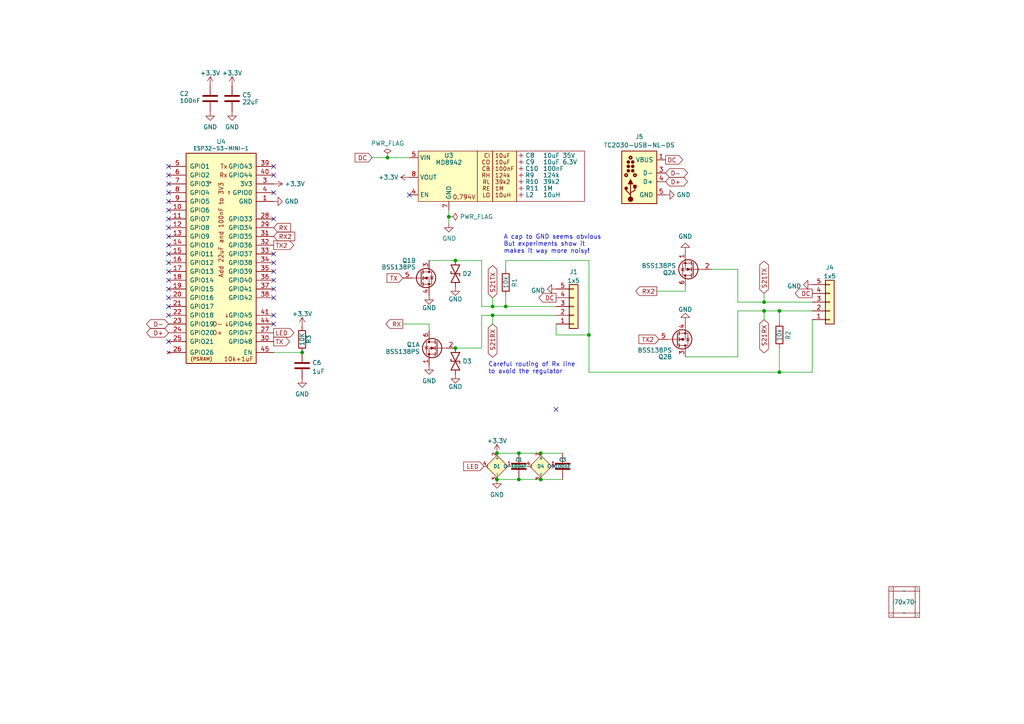
<source format=kicad_sch>
(kicad_sch (version 20231120) (generator "eeschema") (generator_version "8.0")
  (paper "A4")
  (title_block (title "Daikin ESP32-PICO-MINI module") (rev "1") (comment 1 "@TheRealRevK") (comment 2 "www.me.uk"))
  (lib_symbols
    (symbol "Connector_Generic:Conn_01x05" (pin_names (offset 1.016) hide)
      (property "Reference" "J" (at 0 7.62 0))
      (property "Value" "Conn_01x05" (at 0 -7.62 0))
      (symbol "Conn_01x05_1_1"
        (rectangle (start -1.27 -4.953) (end 0 -5.207) (stroke (width 0.1524)))
        (rectangle (start -1.27 -2.413) (end 0 -2.667) (stroke (width 0.1524)))
        (rectangle (start -1.27 0.127) (end 0 -0.127) (stroke (width 0.1524)))
        (rectangle (start -1.27 2.667) (end 0 2.413) (stroke (width 0.1524)))
        (rectangle (start -1.27 5.207) (end 0 4.953) (stroke (width 0.1524)))
        (rectangle (start -1.27 6.35) (end 1.27 -6.35) (stroke (width 0.254)) (fill (type background)))
        (pin passive line (at -5.08 5.08 0) (length 3.81) (name "Pin_1") (number "1"))
        (pin passive line (at -5.08 2.54 0) (length 3.81) (name "Pin_2") (number "2"))
        (pin passive line (at -5.08 0 0) (length 3.81) (name "Pin_3") (number "3"))
        (pin passive line (at -5.08 -2.54 0) (length 3.81) (name "Pin_4") (number "4"))
        (pin passive line (at -5.08 -5.08 0) (length 3.81) (name "Pin_5") (number "5"))
      )
    )
    (symbol "Device:C" (pin_numbers hide) (pin_names (offset 0.254))
      (property "Reference" "C" (at 0.635 2.54 0))
      (property "Value" "C" (at 0.635 -2.54 0))
      (symbol "C_0_1"
        (polyline (pts (xy -2.032 -0.762) (xy 2.032 -0.762)) (stroke (width 0.508)))
        (polyline (pts (xy -2.032 0.762) (xy 2.032 0.762)) (stroke (width 0.508)))
      )
      (symbol "C_1_1"
        (pin passive line (at 0 3.81 270) (length 2.794) (name "~") (number "1"))
        (pin passive line (at 0 -3.81 90) (length 2.794) (name "~") (number "2"))
      )
    )
    (symbol "Device:R" (pin_numbers hide) (pin_names (offset 0))
      (property "Reference" "R" (at 2.032 0 90))
      (property "Value" "R" (at 0 0 90))
      (symbol "R_0_1"
        (rectangle (start -1.016 -2.54) (end 1.016 2.54) (stroke (width 0.254)))
      )
      (symbol "R_1_1"
        (pin passive line (at 0 3.81 270) (length 1.27) (name "~") (number "1"))
        (pin passive line (at 0 -3.81 90) (length 1.27) (name "~") (number "2"))
      )
    )
    (symbol "RevK:BSS138PS" (pin_names hide)
      (property "Reference" "Q" (at 5.08 2.54 0))
      (property "Value" "BSS138PS" (at 5.08 0 0))
      (property "JLCPCB Rotation Offset" "-90" (at 0 0 0))
      (symbol "BSS138PS_1_1"
        (polyline (pts (xy 0.254 -1.905) (xy 0.254 1.905)) (stroke (width 0.254)))
        (polyline (pts (xy 0.254 0) (xy -2.54 0)))
        (polyline (pts (xy 0.762 -2.286) (xy 0.762 -1.27)) (stroke (width 0.254)))
        (polyline (pts (xy 0.762 -0.508) (xy 0.762 0.508)) (stroke (width 0.254)))
        (polyline (pts (xy 0.762 1.27) (xy 0.762 2.286)) (stroke (width 0.254)))
        (polyline (pts (xy 2.54 1.905) (xy 2.54 2.54)))
        (polyline (pts (xy 2.54 -2.54) (xy 2.54 0) (xy 0.762 0)))
        (polyline (pts (xy 0.762 1.778) (xy 3.302 1.778) (xy 3.302 -1.778) (xy 0.762 -1.778)))
        (polyline (pts (xy 1.016 0) (xy 2.032 -0.381) (xy 2.032 0.381) (xy 1.016 0)) (fill (type outline)))
        (polyline (pts (xy 2.794 0.508) (xy 2.921 0.381) (xy 3.683 0.381) (xy 3.81 0.254)))
        (polyline (pts (xy 3.302 0.381) (xy 2.921 -0.254) (xy 3.683 -0.254) (xy 3.302 0.381)))
        (circle (center 1.651 0) (radius 2.794) (stroke (width 0.254)))
        (circle (center 2.54 -1.778) (radius 0.254) (fill (type outline)))
        (circle (center 2.54 1.778) (radius 0.254) (fill (type outline)))
        (pin passive line (at 2.54 -5.08 90) (length 2.54) (name "SN") (number "1"))
        (pin input line (at -5.08 0 0) (length 2.54) (name "GN") (number "2"))
        (pin passive line (at 2.54 5.08 270) (length 2.54) (name "DN") (number "6"))
      )
      (symbol "BSS138PS_2_1"
        (polyline (pts (xy 0.254 -1.905) (xy 0.254 1.905)) (stroke (width 0.254)))
        (polyline (pts (xy 0.254 0) (xy -2.54 0)))
        (polyline (pts (xy 0.762 -2.286) (xy 0.762 -1.27)) (stroke (width 0.254)))
        (polyline (pts (xy 0.762 -0.508) (xy 0.762 0.508)) (stroke (width 0.254)))
        (polyline (pts (xy 0.762 1.27) (xy 0.762 2.286)) (stroke (width 0.254)))
        (polyline (pts (xy 2.54 1.905) (xy 2.54 2.54)))
        (polyline (pts (xy 2.54 -2.54) (xy 2.54 0) (xy 0.762 0)))
        (polyline (pts (xy 0.762 1.778) (xy 3.302 1.778) (xy 3.302 -1.778) (xy 0.762 -1.778)))
        (polyline (pts (xy 1.016 0) (xy 2.032 -0.381) (xy 2.032 0.381) (xy 1.016 0)) (fill (type outline)))
        (polyline (pts (xy 2.794 0.508) (xy 2.921 0.381) (xy 3.683 0.381) (xy 3.81 0.254)))
        (polyline (pts (xy 3.302 0.381) (xy 2.921 -0.254) (xy 3.683 -0.254) (xy 3.302 0.381)))
        (circle (center 1.651 0) (radius 2.794) (stroke (width 0.254)))
        (circle (center 2.54 -1.778) (radius 0.254) (fill (type outline)))
        (circle (center 2.54 1.778) (radius 0.254) (fill (type outline)))
        (pin passive line (at 2.54 5.08 270) (length 2.54) (name "SP") (number "3"))
        (pin passive line (at 2.54 -5.08 90) (length 2.54) (name "DP") (number "4"))
        (pin input line (at -5.08 0 0) (length 2.54) (name "GP") (number "5"))
      )
    )
    (symbol "RevK:ES05D1MC10" (pin_numbers hide)
      (property "Reference" "D" (at 0 2.54 0))
      (symbol "ES05D1MC10_0_1"
        (polyline (pts (xy -2.54 1.27) (xy -2.54 -1.27) (xy 0 0) (xy -2.54 1.27)) (stroke (width 0.254)))
        (polyline (pts (xy 2.54 -1.27) (xy 2.54 1.27) (xy 0 0) (xy 2.54 -1.27)) (stroke (width 0.254)))
      )
      (symbol "ES05D1MC10_1_1"
        (polyline (pts (xy 0.635 1.27) (xy 0 1.27) (xy 0 -1.27) (xy -0.635 -1.27)) (stroke (width 0.254)))
        (pin passive line (at 3.81 0 180) (length 1.27) (name "~") (number "1"))
        (pin passive line (at -3.81 0 0) (length 1.27) (name "~") (number "2"))
      )
    )
    (symbol "RevK:ESP32-S3-MINI-1-N4R2" (pin_names (offset 1.016))
      (property "Reference" "U" (at 0 27.94 0))
      (property "Value" "ESP32-S3-MINI-1-N4R2" (at 0 31.115 0))
      (symbol "ESP32-S3-MINI-1-N4R2_0_0"
        (rectangle (start -10.16 30.48) (end 10.16 -30.48) (stroke (width 0.254)) (fill (type background)))
      )
      (symbol "ESP32-S3-MINI-1-N4R2_1_1"
        (text "(PSRAM)" (at -5.715 -29.21 0) (effects (font (size 1 1))))
        (text "*" (at -3.175 21.59 0) (effects (font (size 1.27 1.27))))
        (text "10k+1uF" (at 5.08 -29.21 0) (effects (font (size 1.27 1.27))))
        (text "Add 22uF and 100nF to 3V3" (at 0 8.255 900) (effects (font (size 1.27 1.27))))
        (text "D+" (at -2.54 -21.59 0) (effects (font (size 1.27 1.27)) (justify left)))
        (text "D-" (at -2.54 -19.05 0) (effects (font (size 1.27 1.27)) (justify left)))
        (text "Rx" (at 1.905 24.13 0) (effects (font (size 1.27 1.27)) (justify right)))
        (text "Tx" (at 1.905 26.67 0) (effects (font (size 1.27 1.27)) (justify right)))
        (text "↑" (at 3.175 19.05 0) (effects (font (size 1.27 1.27)) (justify right)))
        (text "↓" (at 2.54 -19.05 0) (effects (font (size 1.27 1.27)) (justify right)))
        (text "↓" (at 2.54 -16.51 0) (effects (font (size 1.27 1.27)) (justify right)))
        (pin power_in line (at 15.24 16.51 180) (length 5.08) (name "GND") (number "1"))
        (pin passive line (at -15.24 13.97 0) (length 5.08) (name "GPIO6") (number "10"))
        (pin passive line (at -15.24 11.43 0) (length 5.08) (name "GPIO7") (number "11"))
        (pin passive line (at -15.24 8.89 0) (length 5.08) (name "GPIO8") (number "12"))
        (pin passive line (at -15.24 6.35 0) (length 5.08) (name "GPIO9") (number "13"))
        (pin passive line (at -15.24 3.81 0) (length 5.08) (name "GPIO10") (number "14"))
        (pin passive line (at -15.24 1.27 0) (length 5.08) (name "GPIO11") (number "15"))
        (pin passive line (at -15.24 -1.27 0) (length 5.08) (name "GPIO12") (number "16"))
        (pin passive line (at -15.24 -3.81 0) (length 5.08) (name "GPIO13") (number "17"))
        (pin passive line (at -15.24 -6.35 0) (length 5.08) (name "GPIO14") (number "18"))
        (pin passive line (at -15.24 -8.89 0) (length 5.08) (name "GPIO15") (number "19"))
        (pin power_in line (at 15.24 16.51 180) (length 5.08) hide (name "GND") (number "2"))
        (pin passive line (at -15.24 -11.43 0) (length 5.08) (name "GPIO16") (number "20"))
        (pin passive line (at -15.24 -13.97 0) (length 5.08) (name "GPIO17") (number "21"))
        (pin passive line (at -15.24 -16.51 0) (length 5.08) (name "GPIO18") (number "22"))
        (pin passive line (at -15.24 -19.05 0) (length 5.08) (name "GPIO19") (number "23"))
        (pin passive line (at -15.24 -21.59 0) (length 5.08) (name "GPIO20") (number "24"))
        (pin passive line (at -15.24 -24.13 0) (length 5.08) (name "GPIO21") (number "25"))
        (pin no_connect line (at -15.24 -27.305 0) (length 5.08) (name "GPIO26") (number "26"))
        (pin passive line (at 15.24 -21.59 180) (length 5.08) (name "GPIO47") (number "27"))
        (pin passive line (at 15.24 11.43 180) (length 5.08) (name "GPIO33") (number "28"))
        (pin passive line (at 15.24 8.89 180) (length 5.08) (name "GPIO34") (number "29"))
        (pin power_in line (at 15.24 21.59 180) (length 5.08) (name "3V3") (number "3"))
        (pin passive line (at 15.24 -24.13 180) (length 5.08) (name "GPIO48") (number "30"))
        (pin passive line (at 15.24 6.35 180) (length 5.08) (name "GPIO35") (number "31"))
        (pin passive line (at 15.24 3.81 180) (length 5.08) (name "GPIO36") (number "32"))
        (pin passive line (at 15.24 1.27 180) (length 5.08) (name "GPIO37") (number "33"))
        (pin passive line (at 15.24 -1.27 180) (length 5.08) (name "GPIO38") (number "34"))
        (pin passive line (at 15.24 -3.81 180) (length 5.08) (name "GPIO39") (number "35"))
        (pin passive line (at 15.24 -6.35 180) (length 5.08) (name "GPIO40") (number "36"))
        (pin passive line (at 15.24 -8.89 180) (length 5.08) (name "GPIO41") (number "37"))
        (pin passive line (at 15.24 -11.43 180) (length 5.08) (name "GPIO42") (number "38"))
        (pin passive line (at 15.24 26.67 180) (length 5.08) (name "GPIO43") (number "39"))
        (pin passive line (at 15.24 19.05 180) (length 5.08) (name "GPIO0") (number "4"))
        (pin passive line (at 15.24 24.13 180) (length 5.08) (name "GPIO44") (number "40"))
        (pin passive line (at 15.24 -16.51 180) (length 5.08) (name "GPIO45") (number "41"))
        (pin power_in line (at 15.24 16.51 180) (length 5.08) hide (name "GND") (number "42"))
        (pin power_in line (at 15.24 16.51 180) (length 5.08) hide (name "GND") (number "43"))
        (pin passive line (at 15.24 -19.05 180) (length 5.08) (name "GPIO46") (number "44"))
        (pin input line (at 15.24 -27.305 180) (length 5.08) (name "EN") (number "45"))
        (pin power_in line (at 15.24 16.51 180) (length 5.08) hide (name "GND") (number "46"))
        (pin power_in line (at 15.24 16.51 180) (length 5.08) hide (name "GND") (number "47"))
        (pin power_in line (at 15.24 16.51 180) (length 5.08) hide (name "GND") (number "48"))
        (pin power_in line (at 15.24 16.51 180) (length 5.08) hide (name "GND") (number "49"))
        (pin passive line (at -15.24 26.67 0) (length 5.08) (name "GPIO1") (number "5"))
        (pin power_in line (at 15.24 16.51 180) (length 5.08) hide (name "GND") (number "50"))
        (pin power_in line (at 15.24 16.51 180) (length 5.08) hide (name "GND") (number "51"))
        (pin power_in line (at 15.24 16.51 180) (length 5.08) hide (name "GND") (number "52"))
        (pin power_in line (at 15.24 16.51 180) (length 5.08) hide (name "GND") (number "53"))
        (pin power_in line (at 15.24 16.51 180) (length 5.08) hide (name "GND") (number "54"))
        (pin power_in line (at 15.24 16.51 180) (length 5.08) hide (name "GND") (number "55"))
        (pin power_in line (at 15.24 16.51 180) (length 5.08) hide (name "GND") (number "56"))
        (pin power_in line (at 15.24 16.51 180) (length 5.08) hide (name "GND") (number "57"))
        (pin power_in line (at 15.24 16.51 180) (length 5.08) hide (name "GND") (number "58"))
        (pin power_in line (at 15.24 16.51 180) (length 5.08) hide (name "GND") (number "59"))
        (pin passive line (at -15.24 24.13 0) (length 5.08) (name "GPIO2") (number "6"))
        (pin power_in line (at 15.24 16.51 180) (length 5.08) hide (name "GND") (number "60"))
        (pin power_in line (at 15.24 16.51 180) (length 5.08) hide (name "GND") (number "61"))
        (pin power_in line (at 15.24 16.51 180) (length 5.08) hide (name "GND") (number "62"))
        (pin power_in line (at 15.24 16.51 180) (length 5.08) hide (name "GND") (number "63"))
        (pin power_in line (at 15.24 16.51 180) (length 5.08) hide (name "GND") (number "64"))
        (pin power_in line (at 15.24 16.51 180) (length 5.08) hide (name "GND") (number "65"))
        (pin passive line (at -15.24 21.59 0) (length 5.08) (name "GPIO3") (number "7"))
        (pin passive line (at -15.24 19.05 0) (length 5.08) (name "GPIO4") (number "8"))
        (pin passive line (at -15.24 16.51 0) (length 5.08) (name "GPIO5") (number "9"))
      )
    )
    (symbol "RevK:Hidden" (pin_names (offset 1.016)) (in_bom no)
      (property "Reference" "Z" (at 0.635 0 0))
      (property "Value" "Hidden" (at 4.445 0 0))
      (symbol "Hidden_0_1"
        (polyline (pts (xy -0.635 0) (xy 0.635 0)) (stroke (width 0.1524)))
        (polyline (pts (xy 0 0.635) (xy 0 -0.635)) (stroke (width 0.1524)))
      )
    )
    (symbol "RevK:MD89420-RegBlock"
      (property "Reference" "U" (at -0.635 4.445 0))
      (property "Value" "MD8942" (at 0 6.35 0))
      (symbol "MD89420-RegBlock_1_1"
        (rectangle (start -8.89 7.62) (end 8.255 -6.985) (fill (type background)))
        (rectangle (start 8.255 7.62) (end 12.7 -6.985) (fill (type background)))
        (rectangle (start 12.7 7.62) (end 19.685 -6.985) (fill (type background)))
        (rectangle (start 19.685 7.62) (end 39.37 -6.985))
        (text "0.794V" (at 4.445 -5.715 0) (effects (font (size 1.27 1.27))))
        (text "10uF\n10uF\n100nF\n124k\n39k2\n1M\n10uH" (at 13.335 6.985 0) (effects (font (size 1.185 1.185)) (justify left top)))
        (text "CI\nCO\nCB\nRH\nRL\nRE\nLO" (at 12.065 6.985 0) (effects (font (size 1.185 1.185)) (justify right top)))
        (pin no_connect line (at 5.715 0 0) (length 2.54) hide (name "") (number "1"))
        (pin power_in line (at 0 -9.525 90) (length 2.54) hide (name "GND") (number "2"))
        (pin no_connect line (at 5.715 1.905 0) (length 2.54) hide (name "") (number "3"))
        (pin input line (at -11.43 -5.08 0) (length 2.54) (name "EN") (number "4"))
        (pin power_in line (at -11.43 5.715 0) (length 2.54) (name "VIN") (number "5"))
        (pin no_connect line (at 5.715 -1.905 0) (length 2.54) hide (name "") (number "6"))
        (pin power_in line (at 0 -9.525 90) (length 2.54) (name "GND") (number "7"))
        (pin power_out line (at -11.43 0 0) (length 2.54) (name "VOUT") (number "8"))
      )
    )
    (symbol "RevK:PCB" (in_bom no)
      (property "Value" "XxY" (at 0 0 0))
      (symbol "PCB_0_1"
        (rectangle (start -4.445 4.445) (end 4.445 -4.445))
        (circle (center -3.81 -3.81) (radius 0.0001))
        (circle (center -3.81 3.81) (radius 0.0001))
        (circle (center 3.81 -3.81) (radius 0.0001))
        (circle (center 3.81 3.81) (radius 0.0001))
      )
    )
    (symbol "RevK:TC2030-USB-NL" (pin_names (offset 1.016)) (in_bom no)
      (property "Reference" "J" (at 0 10.922 0))
      (property "Value" "TC2030-USB-NL" (at 0 8.89 0))
      (symbol "TC2030-USB-NL_0_1"
        (rectangle (start -5.08 7.62) (end 5.08 -7.62) (stroke (width 0.254)) (fill (type background)))
        (circle (center -3.81 -3.175) (radius 0.381) (stroke (width 0.254)) (fill (type outline)))
        (circle (center -3.175 1.905) (radius 0.381) (stroke (width 0.254)) (fill (type outline)))
        (circle (center -3.175 3.175) (radius 0.381) (stroke (width 0.254)) (fill (type outline)))
        (circle (center -3.175 4.445) (radius 0.381) (stroke (width 0.254)) (fill (type outline)))
        (circle (center -2.54 -6.35) (radius 0.635) (stroke (width 0.254)) (fill (type outline)))
        (circle (center -1.905 1.905) (radius 0.381) (stroke (width 0.254)) (fill (type outline)))
        (circle (center -1.905 3.175) (radius 0.381) (stroke (width 0.254)) (fill (type outline)))
        (circle (center -1.905 4.445) (radius 0.381) (stroke (width 0.254)) (fill (type outline)))
        (rectangle (start -1.651 -2.286) (end -0.889 -3.048) (stroke (width 0.254)) (fill (type outline)))
        (polyline (pts (xy -3.175 -1.905) (xy -1.905 -1.905) (xy -2.54 -0.635) (xy -3.175 -1.905)) (stroke (width 0.254)) (fill (type outline)))
        (polyline (pts (xy -2.54 -5.715) (xy -2.54 -5.08) (xy -3.81 -3.81) (xy -3.81 -3.175)) (stroke (width 0.254)))
        (polyline (pts (xy -2.54 -5.08) (xy -2.54 -4.445) (xy -1.27 -3.81) (xy -1.27 -2.54)) (stroke (width 0.254)))
      )
      (symbol "TC2030-USB-NL_1_1"
        (circle (center -3.81 0.635) (radius 0.381) (stroke (width 0.4)))
        (circle (center -2.54 5.715) (radius 0.381) (stroke (width 0.4)))
        (circle (center -1.27 0.635) (radius 0.381) (stroke (width 0.4)))
        (polyline (pts (xy -2.54 -4.445) (xy -2.54 -1.905)) (stroke (width 0.254)))
        (pin passive line (at 7.62 5.08 180) (length 2.54) (name "VBUS") (number "1"))
        (pin passive line (at 7.62 5.08 180) (length 2.54) hide (name "VBUS") (number "2"))
        (pin bidirectional line (at 7.62 1.27 180) (length 2.54) (name "D-") (number "3"))
        (pin bidirectional line (at 7.62 -1.27 180) (length 2.54) (name "D+") (number "4"))
        (pin passive line (at 7.62 -5.08 180) (length 2.54) (name "GND") (number "5"))
        (pin passive line (at 7.62 -5.08 180) (length 2.54) hide (name "GND") (number "6"))
      )
    )
    (symbol "RevK:VCUT" (in_bom no)
      (symbol "VCUT_0_1"
        (polyline (pts (xy -4.445 0) (xy 4.445 0)))
      )
    )
    (symbol "RevK:WS2812B-1mm" (pin_names (offset 0.254))
      (property "Reference" "D" (at 0 0 0))
      (symbol "WS2812B-1mm_1_1"
        (polyline (pts (xy 0 3.175) (xy 3.175 0) (xy 0 -3.175) (xy -3.175 0) (xy 0 3.175)) (fill (type background)))
        (pin output line (at 3.81 0 180) (length 0.5) (name "O") (number "1"))
        (pin power_in line (at 0 -3.81 90) (length 0.5) (name "+") (number "2"))
        (pin power_in line (at 0 3.81 270) (length 0.5) (name "-") (number "3"))
        (pin input line (at -3.81 0 0) (length 0.5) (name "I") (number "4"))
      )
    )
    (symbol "power:+3.3V" (power) (pin_names (offset 0))
      (property "Value" "+3.3V" (at 0 3.556 0))
      (symbol "+3.3V_0_1"
        (polyline (pts (xy -0.762 1.27) (xy 0 2.54)))
        (polyline (pts (xy 0 0) (xy 0 2.54)))
        (polyline (pts (xy 0 2.54) (xy 0.762 1.27)))
      )
      (symbol "+3.3V_1_1"
        (pin power_in line (at 0 0 90) (length 0) hide (name "+3.3V") (number "1"))
      )
    )
    (symbol "power:GND" (power) (pin_names (offset 0))
      (property "Value" "GND" (at 0 -3.81 0))
      (symbol "GND_0_1"
        (polyline (pts (xy 0 0) (xy 0 -1.27) (xy 1.27 -1.27) (xy 0 -2.54) (xy -1.27 -1.27) (xy 0 -1.27)))
      )
      (symbol "GND_1_1"
        (pin power_in line (at 0 0 270) (length 0) hide (name "GND") (number "1"))
      )
    )
    (symbol "power:PWR_FLAG" (power) (pin_numbers hide) (pin_names (offset 0) hide)
      (property "Value" "PWR_FLAG" (at 0 3.81 0))
      (symbol "PWR_FLAG_0_0"
        (pin power_out line (at 0 0 90) (length 0) (name "pwr") (number "1"))
      )
      (symbol "PWR_FLAG_0_1"
        (polyline (pts (xy 0 0) (xy 0 1.27) (xy -1.016 1.905) (xy 0 2.54) (xy 1.016 1.905) (xy 0 1.27)))
      )
    )
  )
  (junction (at 150.495 139.065))
  (junction (at 87.63 102.235))
  (junction (at 226.06 90.17))
  (junction (at 221.615 90.17))
  (junction (at 112.395 45.72))
  (junction (at 170.815 97.155))
  (junction (at 132.08 75.565))
  (junction (at 146.685 88.9))
  (junction (at 150.495 131.445))
  (junction (at 226.06 107.95))
  (junction (at 130.175 62.865))
  (junction (at 132.08 100.965))
  (junction (at 221.615 87.63))
  (junction (at 142.875 88.9))
  (junction (at 156.845 139.065))
  (junction (at 144.145 139.065))
  (junction (at 144.145 131.445))
  (junction (at 156.845 131.445))
  (junction (at 142.875 91.44))
  (no_connect (at 48.895 81.28))
  (no_connect (at 79.375 78.74))
  (no_connect (at 79.375 55.88))
  (no_connect (at 48.895 55.88))
  (no_connect (at 160.655 135.255))
  (no_connect (at 48.895 63.5))
  (no_connect (at 48.895 60.96))
  (no_connect (at 79.375 91.44))
  (no_connect (at 48.895 91.44))
  (no_connect (at 48.895 83.82))
  (no_connect (at 48.895 58.42))
  (no_connect (at 118.745 56.515))
  (no_connect (at 48.895 50.8))
  (no_connect (at 48.895 53.34))
  (no_connect (at 48.895 88.9))
  (no_connect (at 48.895 71.12))
  (no_connect (at 48.895 48.26))
  (no_connect (at 48.895 66.04))
  (no_connect (at 79.375 86.36))
  (no_connect (at 79.375 50.8))
  (no_connect (at 79.375 76.2))
  (no_connect (at 48.895 68.58))
  (no_connect (at 161.29 118.745))
  (no_connect (at 48.895 76.2))
  (no_connect (at 79.375 83.82))
  (no_connect (at 79.375 48.26))
  (no_connect (at 48.895 99.06))
  (no_connect (at 48.895 78.74))
  (no_connect (at 79.375 93.98))
  (no_connect (at 79.375 81.28))
  (no_connect (at 79.375 73.66))
  (no_connect (at 79.375 63.5))
  (no_connect (at 48.895 86.36))
  (no_connect (at 48.895 73.66))
  (wire (pts (xy 190.5 84.455) (xy 198.755 84.455)))
  (wire (pts (xy 221.615 85.09) (xy 221.615 87.63)))
  (wire (pts (xy 161.29 93.98) (xy 161.29 97.155)))
  (wire (pts (xy 150.495 131.445) (xy 156.845 131.445)))
  (wire (pts (xy 235.585 107.95) (xy 235.585 92.71)))
  (wire (pts (xy 213.995 90.17) (xy 221.615 90.17)))
  (wire (pts (xy 226.06 100.965) (xy 226.06 107.95)))
  (wire (pts (xy 124.46 93.98) (xy 124.46 95.885)))
  (wire (pts (xy 107.95 45.72) (xy 112.395 45.72)))
  (wire (pts (xy 116.84 93.98) (xy 124.46 93.98)))
  (wire (pts (xy 146.685 88.9) (xy 161.29 88.9)))
  (wire (pts (xy 130.175 64.77) (xy 130.175 62.865)))
  (wire (pts (xy 130.175 62.865) (xy 130.175 60.96)))
  (wire (pts (xy 206.375 78.105) (xy 213.995 78.105)))
  (wire (pts (xy 142.875 93.98) (xy 142.875 91.44)))
  (wire (pts (xy 156.845 139.065) (xy 163.195 139.065)))
  (wire (pts (xy 146.685 75.565) (xy 170.815 75.565)))
  (wire (pts (xy 142.875 88.9) (xy 146.685 88.9)))
  (wire (pts (xy 139.7 88.9) (xy 142.875 88.9)))
  (wire (pts (xy 170.815 107.95) (xy 226.06 107.95)))
  (wire (pts (xy 226.06 90.17) (xy 226.06 93.345)))
  (wire (pts (xy 170.815 75.565) (xy 170.815 97.155)))
  (wire (pts (xy 132.08 100.965) (xy 139.7 100.965)))
  (wire (pts (xy 146.685 85.725) (xy 146.685 88.9)))
  (wire (pts (xy 142.875 86.36) (xy 142.875 88.9)))
  (wire (pts (xy 226.06 107.95) (xy 235.585 107.95)))
  (wire (pts (xy 153.035 135.255) (xy 147.955 135.255)))
  (wire (pts (xy 79.375 102.235) (xy 87.63 102.235)))
  (wire (pts (xy 221.615 92.71) (xy 221.615 90.17)))
  (wire (pts (xy 139.7 91.44) (xy 142.875 91.44)))
  (wire (pts (xy 213.995 78.105) (xy 213.995 87.63)))
  (wire (pts (xy 161.29 97.155) (xy 170.815 97.155)))
  (wire (pts (xy 198.755 103.505) (xy 213.995 103.505)))
  (wire (pts (xy 132.08 75.565) (xy 139.7 75.565)))
  (wire (pts (xy 150.495 139.065) (xy 156.845 139.065)))
  (wire (pts (xy 221.615 87.63) (xy 235.585 87.63)))
  (wire (pts (xy 221.615 90.17) (xy 226.06 90.17)))
  (wire (pts (xy 142.875 91.44) (xy 161.29 91.44)))
  (wire (pts (xy 213.995 87.63) (xy 221.615 87.63)))
  (wire (pts (xy 213.995 90.17) (xy 213.995 103.505)))
  (wire (pts (xy 226.06 90.17) (xy 235.585 90.17)))
  (wire (pts (xy 124.46 75.565) (xy 132.08 75.565)))
  (wire (pts (xy 139.7 91.44) (xy 139.7 100.965)))
  (wire (pts (xy 139.7 75.565) (xy 139.7 88.9)))
  (wire (pts (xy 170.815 97.155) (xy 170.815 107.95)))
  (wire (pts (xy 144.145 139.065) (xy 150.495 139.065)))
  (wire (pts (xy 112.395 45.72) (xy 118.745 45.72)))
  (wire (pts (xy 198.755 84.455) (xy 198.755 83.185)))
  (wire (pts (xy 146.685 78.105) (xy 146.685 75.565)))
  (wire (pts (xy 144.145 131.445) (xy 150.495 131.445)))
  (wire (pts (xy 156.845 131.445) (xy 163.195 131.445)))
  (text "Careful routing of Rx line\nto avoid the regulator" (at 141.605 108.585 0) (effects (font (size 1.27 1.27)) (justify left bottom)))
  (text "A cap to GND seems obvious\nBut experiments show it\nmakes it way more noisy!" (at 146.05 73.66 0) (effects (font (size 1.27 1.27)) (justify left bottom)))
  (global_label "TX2" (shape output) (at 79.375 71.12 0) (property "Intersheetrefs" "${INTERSHEET_REFS}" (effects (hide yes))))
  (global_label "S21TX" (shape bidirectional) (at 142.875 86.36 90) (property "Intersheetrefs" "${INTERSHEET_REFS}" (effects (hide yes))))
  (global_label "D-" (shape bidirectional) (at 48.895 93.98 180) (property "Intersheetrefs" "${INTERSHEET_REFS}" (effects (hide yes))))
  (global_label "LED" (shape input) (at 140.335 135.255 180) (property "Intersheetrefs" "${INTERSHEET_REFS}" (effects (hide yes))))
  (global_label "D-" (shape bidirectional) (at 193.04 50.165 0) (property "Intersheetrefs" "${INTERSHEET_REFS}" (effects (hide yes))))
  (global_label "S21TX" (shape bidirectional) (at 221.615 85.09 90) (property "Intersheetrefs" "${INTERSHEET_REFS}" (effects (hide yes))))
  (global_label "D+" (shape bidirectional) (at 193.04 52.705 0) (property "Intersheetrefs" "${INTERSHEET_REFS}" (effects (hide yes))))
  (global_label "DC" (shape input) (at 107.95 45.72 180) (property "Intersheetrefs" "${INTERSHEET_REFS}" (effects (hide yes))))
  (global_label "D+" (shape bidirectional) (at 48.895 96.52 180) (property "Intersheetrefs" "${INTERSHEET_REFS}" (effects (hide yes))))
  (global_label "RX2" (shape input) (at 79.375 68.58 0) (property "Intersheetrefs" "${INTERSHEET_REFS}" (effects (hide yes))))
  (global_label "DC" (shape output) (at 193.04 46.355 0) (property "Intersheetrefs" "${INTERSHEET_REFS}" (effects (hide yes))))
  (global_label "S21RX" (shape bidirectional) (at 221.615 92.71 270) (property "Intersheetrefs" "${INTERSHEET_REFS}" (effects (hide yes))))
  (global_label "TX" (shape input) (at 116.84 80.645 180) (property "Intersheetrefs" "${INTERSHEET_REFS}" (effects (hide yes))))
  (global_label "TX" (shape output) (at 79.375 99.06 0) (property "Intersheetrefs" "${INTERSHEET_REFS}" (effects (hide yes))))
  (global_label "DC" (shape output) (at 235.585 85.09 180) (property "Intersheetrefs" "${INTERSHEET_REFS}" (effects (hide yes))))
  (global_label "TX2" (shape input) (at 191.135 98.425 180) (property "Intersheetrefs" "${INTERSHEET_REFS}" (effects (hide yes))))
  (global_label "DC" (shape output) (at 161.29 86.36 180) (property "Intersheetrefs" "${INTERSHEET_REFS}" (effects (hide yes))))
  (global_label "RX" (shape input) (at 79.375 66.04 0) (property "Intersheetrefs" "${INTERSHEET_REFS}" (effects (hide yes))))
  (global_label "S21RX" (shape bidirectional) (at 142.875 93.98 270) (property "Intersheetrefs" "${INTERSHEET_REFS}" (effects (hide yes))))
  (global_label "RX" (shape output) (at 116.84 93.98 180) (property "Intersheetrefs" "${INTERSHEET_REFS}" (effects (hide yes))))
  (global_label "RX2" (shape output) (at 190.5 84.455 180) (property "Intersheetrefs" "${INTERSHEET_REFS}" (effects (hide yes))))
  (global_label "LED" (shape output) (at 79.375 96.52 0) (property "Intersheetrefs" "${INTERSHEET_REFS}" (effects (hide yes))))
  (symbol (lib_id "RevK:Hidden") (at 151.13 48.895 90) (unit 1)
    (property "Reference" "C10" (at 156.21 48.895 90) (effects (justify left)))
    (property "Value" "100nF" (at 157.48 48.895 90) (effects (justify right)))
    (property "Footprint" "RevK:C_0603_" (effects (hide yes)))
  )
  (symbol (lib_id "power:+3.3V") (at 87.63 94.615 0) (unit 1)
    (property "Reference" "#PWR014" (effects (hide yes)))
    (property "Value" "+3.3V" (at 87.63 91.0392 0))
  )
  (symbol (lib_id "RevK:ES05D1MC10") (at 132.08 104.775 270) (unit 1)
    (property "Reference" "D3" (at 134.112 104.775 90) (effects (justify left)))
    (property "Value" "~" (at 132.08 104.775 0))
    (property "Footprint" "RevK:DFN1006-2L" (effects (hide yes)))
    (property "LCSC Part #" "C5137770" (effects (hide yes)))
  )
  (symbol (lib_id "power:GND") (at 235.585 82.55 270) (unit 1)
    (property "Reference" "#PWR029" (effects (hide yes)))
    (property "Value" "GND" (at 232.4101 82.9838 90) (effects (justify right)))
  )
  (symbol (lib_id "power:GND") (at 144.145 139.065 0) (unit 1)
    (property "Reference" "#PWR023" (effects (hide yes)))
    (property "Value" "GND" (at 144.145 143.5084 0))
  )
  (symbol (lib_id "power:GND") (at 198.755 73.025 0) (mirror x) (unit 1)
    (property "Reference" "#PWR026" (effects (hide yes)))
    (property "Value" "GND" (at 198.755 68.5816 0))
  )
  (symbol (lib_id "power:GND") (at 161.29 83.82 270) (unit 1)
    (property "Reference" "#PWR09" (effects (hide yes)))
    (property "Value" "GND" (at 158.1151 84.2538 90) (effects (justify right)))
  )
  (symbol (lib_id "RevK:BSS138PS") (at 121.92 80.645 0) (unit 2)
    (property "Reference" "Q1" (at 120.65 75.565 0) (effects (justify right)))
    (property "Value" "BSS138PS" (at 120.65 77.47 0) (effects (justify right)))
    (property "Footprint" "RevK:SOT-363_SC-70-6" (effects (hide yes)))
    (property "Datasheet" "https://datasheet.lcsc.com/lcsc/1810011113_Nexperia-BSS138PS-115_C193381.pdf" (effects (hide yes)))
    (property "LCSC Part #" "C193381" (effects (hide yes)))
    (property "JLCPCB Rotation Offset" "180" (effects (hide yes)))
  )
  (symbol (lib_id "RevK:BSS138PS") (at 196.215 98.425 0) (mirror x) (unit 2)
    (property "Reference" "Q2" (at 194.945 103.505 0) (effects (justify right)))
    (property "Value" "BSS138PS" (at 194.945 101.6 0) (effects (justify right)))
    (property "Footprint" "RevK:SOT-363_SC-70-6" (effects (hide yes)))
    (property "Datasheet" "https://datasheet.lcsc.com/lcsc/1810011113_Nexperia-BSS138PS-115_C193381.pdf" (effects (hide yes)))
    (property "LCSC Part #" "C193381" (effects (hide yes)))
    (property "JLCPCB Rotation Offset" "180" (effects (hide yes)))
  )
  (symbol (lib_id "power:GND") (at 67.31 32.385 0) (unit 1)
    (property "Reference" "#PWR011" (effects (hide yes)))
    (property "Value" "GND" (at 67.31 36.8284 0))
  )
  (symbol (lib_id "power:GND") (at 87.63 109.855 0) (unit 1)
    (property "Reference" "#PWR015" (effects (hide yes)))
    (property "Value" "GND" (at 87.63 114.2984 0))
  )
  (symbol (lib_id "Device:R") (at 226.06 97.155 0) (unit 1)
    (property "Reference" "R2" (at 228.6 95.885 90) (effects (justify right)))
    (property "Value" "10k" (at 226.06 97.155 90))
    (property "Footprint" "RevK:R_0402" (effects (hide yes)))
  )
  (symbol (lib_id "power:+3.3V") (at 79.375 53.34 270) (unit 1)
    (property "Reference" "#PWR012" (effects (hide yes)))
    (property "Value" "+3.3V" (at 82.55 53.34 90) (effects (justify left)))
  )
  (symbol (lib_id "RevK:BSS138PS") (at 201.295 78.105 180) (unit 1)
    (property "Reference" "Q2" (at 196.088 79.129 0) (effects (justify left)))
    (property "Value" "BSS138PS" (at 196.088 77.081 0) (effects (justify left)))
    (property "Footprint" "RevK:SOT-363_SC-70-6" (effects (hide yes)))
    (property "Datasheet" "https://datasheet.lcsc.com/lcsc/1810011113_Nexperia-BSS138PS-115_C193381.pdf" (effects (hide yes)))
    (property "LCSC Part #" "C193381" (effects (hide yes)))
    (property "JLCPCB Rotation Offset" "180" (effects (hide yes)))
  )
  (symbol (lib_id "RevK:Hidden") (at 151.13 50.8 0) (unit 1)
    (property "Reference" "R9" (at 153.67 50.8 0))
    (property "Value" "124k" (at 157.48 50.8 0) (effects (justify left)))
    (property "Footprint" "RevK:R_0402_" (effects (hide yes)))
    (property "LCSC Part #" "C138062" (effects (hide yes)))
  )
  (symbol (lib_id "power:GND") (at 198.755 93.345 0) (mirror x) (unit 1)
    (property "Reference" "#PWR025" (effects (hide yes)))
    (property "Value" "GND" (at 198.755 89.7692 0))
  )
  (symbol (lib_id "RevK:VCUT") (at 259.08 174.625 90) (unit 1) (exclude_from_sim yes) (in_bom no)
    (property "Reference" "V5" (effects (hide yes)))
    (property "Value" "~" (at 259.08 174.625 0))
    (property "Footprint" "RevK:VCUT70N" (effects (hide yes)))
  )
  (symbol (lib_id "power:PWR_FLAG") (at 130.175 62.865 270) (unit 1)
    (property "Reference" "#FLG02" (effects (hide yes)))
    (property "Value" "PWR_FLAG" (at 133.35 62.865 90) (effects (justify left)))
  )
  (symbol (lib_id "power:GND") (at 79.375 58.42 90) (unit 1)
    (property "Reference" "#PWR013" (effects (hide yes)))
    (property "Value" "GND" (at 82.55 58.42 90) (effects (justify right)))
  )
  (symbol (lib_id "power:GND") (at 193.04 56.515 90) (unit 1)
    (property "Reference" "#PWR07" (effects (hide yes)))
    (property "Value" "GND" (at 196.215 56.515 90) (effects (justify right)))
    (property "Description" "Power symbol creates a global label with name \"GND\" , ground" (effects (hide yes)))
  )
  (symbol (lib_id "Connector_Generic:Conn_01x05") (at 240.665 87.63 0) (mirror x) (unit 1)
    (property "Reference" "J4" (at 240.665 77.5802 0))
    (property "Value" "1x5" (at 240.665 80.1171 0))
    (property "Footprint" "RevK:JST_EH_S5B-EH_1x05_P2.50mm_Horizontal" (effects (hide yes)))
    (property "LCSC Part #" "C265103" (effects (hide yes)))
    (property "JLCPCB Position Offset" "5,0" (effects (hide yes)))
  )
  (symbol (lib_id "Device:C") (at 67.31 28.575 0) (unit 1)
    (property "Reference" "C5" (at 70.231 27.551 0) (effects (justify left)))
    (property "Value" "22uF" (at 70.231 29.599 0) (effects (justify left)))
    (property "Footprint" "RevK:C_0603" (effects (hide yes)))
  )
  (symbol (lib_id "RevK:PCB") (at 262.255 174.625 0) (unit 1) (in_bom no)
    (property "Reference" "PCB1" (effects (hide yes)))
    (property "Value" "70x70" (at 262.255 174.625 0))
    (property "Footprint" "RevK:PCB7070" (effects (hide yes)))
  )
  (symbol (lib_id "RevK:VCUT") (at 262.255 177.8 0) (unit 1) (exclude_from_sim yes) (in_bom no)
    (property "Reference" "V2" (effects (hide yes)))
    (property "Value" "~" (at 262.255 177.8 0))
    (property "Footprint" "RevK:VCUT70N" (effects (hide yes)))
  )
  (symbol (lib_id "RevK:ES05D1MC10") (at 132.08 79.375 270) (unit 1)
    (property "Reference" "D2" (at 134.112 79.375 90) (effects (justify left)))
    (property "Value" "~" (at 132.08 79.375 0))
    (property "Footprint" "RevK:DFN1006-2L" (effects (hide yes)))
    (property "LCSC Part #" "C5137770" (effects (hide yes)))
  )
  (symbol (lib_id "RevK:MD89420-RegBlock") (at 130.175 51.435 0) (unit 1)
    (property "Reference" "U3" (at 130.175 45.085 0))
    (property "Value" "MD8942" (at 130.175 47.133 0))
    (property "Footprint" "RevK:SOT-23-6-MD8942" (effects (hide yes)))
    (property "Datasheet" "https://datasheet.lcsc.com/lcsc/2101111937_Shanghai-Mingda-Microelectronics-MD8942_C2684786.pdf" (effects (hide yes)))
    (property "LCSC Part #" "C2684786" (effects (hide yes)))
  )
  (symbol (lib_id "RevK:BSS138PS") (at 127 100.965 0) (mirror y) (unit 1)
    (property "Reference" "Q1" (at 121.793 99.941 0) (effects (justify left)))
    (property "Value" "BSS138PS" (at 121.793 101.989 0) (effects (justify left)))
    (property "Footprint" "RevK:SOT-363_SC-70-6" (effects (hide yes)))
    (property "Datasheet" "https://datasheet.lcsc.com/lcsc/1810011113_Nexperia-BSS138PS-115_C193381.pdf" (effects (hide yes)))
    (property "LCSC Part #" "C193381" (effects (hide yes)))
    (property "JLCPCB Rotation Offset" "180" (effects (hide yes)))
  )
  (symbol (lib_id "RevK:Hidden") (at 151.13 52.705 270) (unit 1)
    (property "Reference" "R10" (at 154.305 52.705 90))
    (property "Value" "39k2" (at 157.48 52.705 90) (effects (justify left)))
    (property "Footprint" "RevK:R_0402_" (effects (hide yes)))
  )
  (symbol (lib_id "RevK:Hidden") (at 151.13 56.515 90) (unit 1)
    (property "Reference" "L2" (at 152.4 56.515 90) (effects (justify right)))
    (property "Value" "10uH" (at 157.48 56.515 90) (effects (justify right)))
    (property "Footprint" "RevK:L_4x4_" (effects (hide yes)))
  )
  (symbol (lib_id "power:GND") (at 60.96 32.385 0) (unit 1)
    (property "Reference" "#PWR05" (effects (hide yes)))
    (property "Value" "GND" (at 60.96 36.8284 0))
  )
  (symbol (lib_id "power:GND") (at 130.175 64.77 0) (unit 1)
    (property "Reference" "#PWR02" (effects (hide yes)))
    (property "Value" "GND" (at 130.302 69.1642 0))
  )
  (symbol (lib_id "RevK:VCUT") (at 265.43 174.625 90) (unit 1) (exclude_from_sim yes) (in_bom no)
    (property "Reference" "V6" (effects (hide yes)))
    (property "Value" "~" (at 265.43 174.625 0))
    (property "Footprint" "RevK:VCUT70N" (effects (hide yes)))
  )
  (symbol (lib_id "RevK:VCUT") (at 262.255 171.45 0) (unit 1) (exclude_from_sim yes) (in_bom no)
    (property "Reference" "V1" (effects (hide yes)))
    (property "Value" "~" (at 262.255 171.45 0))
    (property "Footprint" "RevK:VCUT70N" (effects (hide yes)))
  )
  (symbol (lib_id "RevK:Hidden") (at 151.13 46.99 0) (unit 1)
    (property "Reference" "C9" (at 152.4 46.99 0) (effects (justify left)))
    (property "Value" "10uF 6.3V" (at 157.48 46.99 0) (effects (justify left)))
    (property "Footprint" "RevK:C_0603_" (effects (hide yes)))
    (property "LCSC Part #" "C1691" (effects (hide yes)))
  )
  (symbol (lib_id "Device:R") (at 146.685 81.915 0) (unit 1)
    (property "Reference" "R1" (at 149.225 80.645 90) (effects (justify right)))
    (property "Value" "10k" (at 146.685 81.915 90))
    (property "Footprint" "RevK:R_0402" (effects (hide yes)))
  )
  (symbol (lib_id "power:+3.3V") (at 144.145 131.445 0) (unit 1)
    (property "Reference" "#PWR022" (effects (hide yes)))
    (property "Value" "+3.3V" (at 144.145 127.8692 0))
  )
  (symbol (lib_id "power:+3.3V") (at 67.31 24.765 0) (unit 1)
    (property "Reference" "#PWR06" (effects (hide yes)))
    (property "Value" "+3.3V" (at 67.31 21.1892 0))
  )
  (symbol (lib_id "power:GND") (at 124.46 106.045 0) (unit 1)
    (property "Reference" "#PWR0102" (effects (hide yes)))
    (property "Value" "GND" (at 124.46 110.4884 0))
  )
  (symbol (lib_id "RevK:WS2812B-1mm") (at 144.145 135.255 0) (mirror x) (unit 1)
    (property "Reference" "D1" (at 144.145 135.255 0) (effects (font (size 1 1))))
    (property "Value" "XL-1010RGBC-WS2812B" (effects (hide yes)))
    (property "Footprint" "RevK:SMD1010" (effects (hide yes)))
    (property "Datasheet" "https://datasheet.lcsc.com/lcsc/2301111010_XINGLIGHT-XL-1010RGBC-WS2812B_C5349953.pdf" (effects (hide yes)))
    (property "LCSC Part #" "C5349953" (effects (hide yes)))
  )
  (symbol (lib_id "Connector_Generic:Conn_01x05") (at 166.37 88.9 0) (mirror x) (unit 1)
    (property "Reference" "J1" (at 166.37 78.8502 0))
    (property "Value" "1x5" (at 166.37 81.3871 0))
    (property "Footprint" "RevK:JST_EH_S5B-EH_1x05_P2.50mm_Horizontal" (effects (hide yes)))
    (property "LCSC Part #" "C265103" (effects (hide yes)))
    (property "JLCPCB Position Offset" "5,0" (effects (hide yes)))
  )
  (symbol (lib_id "power:+3.3V") (at 118.745 51.435 90) (unit 1)
    (property "Reference" "#PWR01" (effects (hide yes)))
    (property "Value" "+3.3V" (at 115.57 51.435 90) (effects (justify left)))
  )
  (symbol (lib_id "RevK:Hidden") (at 151.13 45.085 0) (unit 1)
    (property "Reference" "C8" (at 152.4 45.085 0) (effects (justify left)))
    (property "Value" "10uF 35V" (at 157.48 45.085 0) (effects (justify left)))
    (property "Footprint" "RevK:C_0603_" (effects (hide yes)))
    (property "LCSC Part #" "C194427" (effects (hide yes)))
  )
  (symbol (lib_id "RevK:TC2030-USB-NL") (at 185.42 51.435 0) (unit 1) (in_bom no)
    (property "Reference" "J5" (at 185.42 39.6705 0))
    (property "Value" "TC2030-USB-NL-DS" (at 185.42 42.0948 0))
    (property "Footprint" "RevK:Tag-Connect_TC2030-IDC-NL_2x03_P1.27mm_Vertical" (effects (hide yes)))
    (property "Datasheet" " ~" (effects (hide yes)))
    (property "Description" "TC2030-USB-NL" (effects (hide yes)))
  )
  (symbol (lib_id "power:GND") (at 132.08 108.585 0) (unit 1)
    (property "Reference" "#PWR024" (effects (hide yes)))
    (property "Value" "GND" (at 132.08 112.1608 0))
  )
  (symbol (lib_id "Device:C") (at 150.495 135.255 0) (mirror y) (unit 1)
    (property "Reference" "C1" (at 150.495 133.35 0) (effects (font (size 1 1))))
    (property "Value" "100nF" (at 150.495 135.255 0) (effects (font (size 1 1))))
    (property "Footprint" "RevK:C_0402" (effects (hide yes)))
  )
  (symbol (lib_id "power:GND") (at 124.46 85.725 0) (unit 1)
    (property "Reference" "#PWR08" (effects (hide yes)))
    (property "Value" "GND" (at 124.46 89.3008 0))
  )
  (symbol (lib_id "power:PWR_FLAG") (at 112.395 45.72 0) (unit 1)
    (property "Reference" "#FLG01" (effects (hide yes)))
    (property "Value" "PWR_FLAG" (at 112.395 41.5869 0))
  )
  (symbol (lib_id "RevK:Hidden") (at 151.13 54.61 0) (unit 1)
    (property "Reference" "R11" (at 152.4 54.61 0) (effects (justify left)))
    (property "Value" "1M" (at 157.48 54.61 0) (effects (justify left)))
    (property "Footprint" "RevK:R_0402_" (effects (hide yes)))
  )
  (symbol (lib_id "Device:C") (at 87.63 106.045 0) (unit 1)
    (property "Reference" "C6" (at 90.551 105.2103 0) (effects (justify left)))
    (property "Value" "1uF" (at 90.551 107.7472 0) (effects (justify left)))
    (property "Footprint" "RevK:C_0402" (effects (hide yes)))
  )
  (symbol (lib_id "power:GND") (at 132.08 83.185 0) (unit 1)
    (property "Reference" "#PWR03" (effects (hide yes)))
    (property "Value" "GND" (at 132.08 86.7608 0))
  )
  (symbol (lib_id "Device:C") (at 163.195 135.255 0) (mirror y) (unit 1)
    (property "Reference" "C3" (at 163.195 133.35 0) (effects (font (size 1 1))))
    (property "Value" "100nF" (at 163.195 135.255 0) (effects (font (size 1 1))))
    (property "Footprint" "RevK:C_0402" (effects (hide yes)))
  )
  (symbol (lib_id "Device:R") (at 87.63 98.425 0) (unit 1)
    (property "Reference" "R3" (at 89.535 98.425 90))
    (property "Value" "10K" (at 87.63 98.425 90))
    (property "Footprint" "RevK:R_0402" (effects (hide yes)))
  )
  (symbol (lib_id "Device:C") (at 60.96 28.575 0) (unit 1)
    (property "Reference" "C2" (at 52.07 27.162 0) (effects (justify left)))
    (property "Value" "100nF" (at 52.07 29.21 0) (effects (justify left)))
    (property "Footprint" "RevK:C_0402" (effects (hide yes)))
  )
  (symbol (lib_id "RevK:WS2812B-1mm") (at 156.845 135.255 0) (mirror x) (unit 1)
    (property "Reference" "D4" (at 156.845 135.255 0) (effects (font (size 1 1))))
    (property "Value" "XL-1010RGBC-WS2812B" (effects (hide yes)))
    (property "Footprint" "RevK:SMD1010" (effects (hide yes)))
    (property "Datasheet" "https://datasheet.lcsc.com/lcsc/2301111010_XINGLIGHT-XL-1010RGBC-WS2812B_C5349953.pdf" (effects (hide yes)))
    (property "LCSC Part #" "C5349953" (effects (hide yes)))
  )
  (symbol (lib_id "RevK:ESP32-S3-MINI-1-N4R2") (at 64.135 74.93 0) (unit 1)
    (property "Reference" "U4" (at 64.135 41.0932 0))
    (property "Value" "ESP32-S3-MINI-1" (at 64.135 43.0296 0) (effects (font (size 1.1 1.1))))
    (property "Footprint" "RevK:ESP32-S3-MINI-1" (effects (hide yes)))
    (property "Datasheet" "https://www.espressif.com/sites/default/files/documentation/esp32-s3-mini-1_mini-1u_datasheet_en.pdf" (effects (hide yes)))
    (property "LCSC Part #" "C3013941" (effects (hide yes)))
  )
  (symbol (lib_id "power:+3.3V") (at 60.96 24.765 0) (unit 1)
    (property "Reference" "#PWR04" (effects (hide yes)))
    (property "Value" "+3.3V" (at 60.96 21.1892 0))
  )
)
</source>
